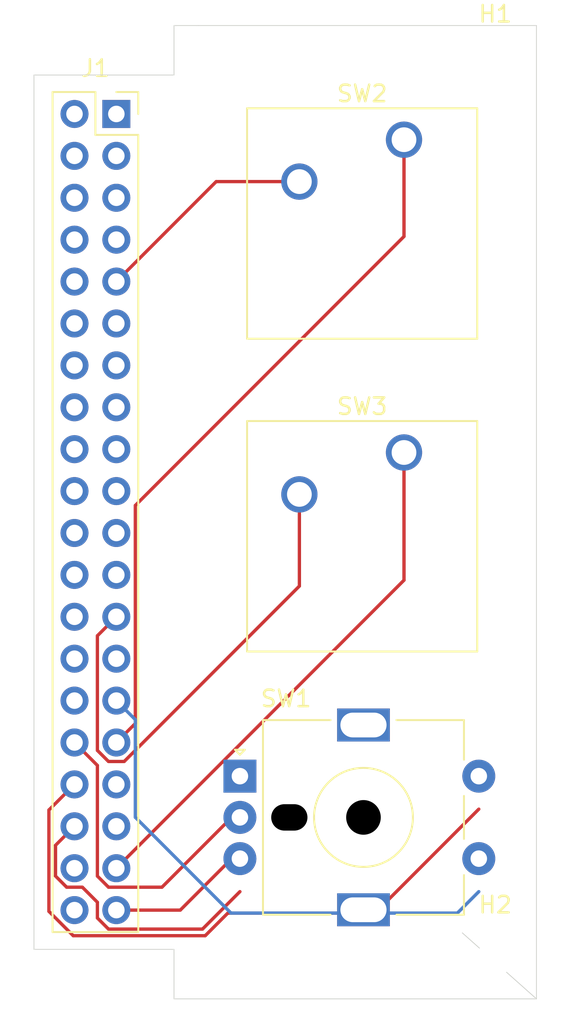
<source format=kicad_pcb>
(kicad_pcb (version 20241229) (generator "pcbnew") (generator_version "9.0")
  (layers (0 "F.Cu" signal) (2 "B.Cu" signal) (13 "F.Paste" user) (15 "B.Paste" user) (5 "F.SilkS" user "F.Silkscreen") (7 "B.SilkS" user "B.Silkscreen") (1 "F.Mask" user) (3 "B.Mask" user) (25 "Edge.Cuts" user))
  (net 0 "")
  (net 1 "Net-(J1-GPCLK1{slash}GPIO05)")
  (net 5 "Net-(J1-GND-Pad14)")
  (net 9 "Net-(J1-5V-Pad2)")
  (net 12 "Net-(J1-3V3-Pad1)")
  (net 15 "Net-(J1-GPIO16{slash}SPI1_~{CE2})")
  (net 23 "Net-(J1-GPIO26{slash}SDIO_DAT2)")
  (net 28 "Net-(J1-GPCLK2{slash}GPIO06)")
  (net 29 "Net-(J1-GPIO12{slash}PWM0)")
  (footprint "MountingHole:MountingHole_2.2mm_M2" (layer "F.Cu") (at 156 105)
    (property "Reference" "H2" (at 0 -3.2 0) (layer "F.SilkS"))
    (property "Value" "MountingHole")
    (pad "" np_thru_hole circle (at 0 0) (size 2.2 2.2) (drill 2.2) (layers "*.Cu" "*.Mask"))
  )
  (footprint "MountingHole:MountingHole_2.2mm_M2" (layer "F.Cu") (at 156 51)
    (property "Reference" "H1" (at 0 -3.2 0) (layer "F.SilkS"))
    (property "Value" "MountingHole")
    (pad "" np_thru_hole circle (at 0 0) (size 2.2 2.2) (drill 2.2) (layers "*.Cu" "*.Mask"))
  )
  (footprint "Connector_PinSocket_2.54mm:PinSocket_2x20_P2.54mm_Vertical" (layer "F.Cu") (at 133 53.86)
    (property "Reference" "J1" (at -1.27 -2.77 0) (layer "F.SilkS"))
    (property "Value" "Raspberry_Pi_4")
    (fp_line (start -3.87 -1.33) (end -3.87 49.59) (stroke (width 0.12)) (layer "F.SilkS"))
    (fp_line (start -3.87 -1.33) (end -1.27 -1.33) (stroke (width 0.12)) (layer "F.SilkS"))
    (fp_line (start -3.87 49.59) (end 1.33 49.59) (stroke (width 0.12)) (layer "F.SilkS"))
    (fp_line (start -1.27 -1.33) (end -1.27 1.27) (stroke (width 0.12)) (layer "F.SilkS"))
    (fp_line (start -1.27 1.27) (end 1.33 1.27) (stroke (width 0.12)) (layer "F.SilkS"))
    (fp_line (start 0 -1.33) (end 1.33 -1.33) (stroke (width 0.12)) (layer "F.SilkS"))
    (fp_line (start 1.33 -1.33) (end 1.33 0) (stroke (width 0.12)) (layer "F.SilkS"))
    (fp_line (start 1.33 1.27) (end 1.33 49.59) (stroke (width 0.12)) (layer "F.SilkS"))
    (pad "1" thru_hole rect (at 0 0) (size 1.7 1.7) (drill 1) (layers "*.Cu" "*.Mask") (net 12 "Net-(J1-3V3-Pad1)"))
    (pad "2" thru_hole oval (at -2.54 0) (size 1.7 1.7) (drill 1) (layers "*.Cu" "*.Mask") (net 9 "Net-(J1-5V-Pad2)"))
    (pad "3" thru_hole oval (at 0 2.54) (size 1.7 1.7) (drill 1) (layers "*.Cu" "*.Mask"))
    (pad "4" thru_hole oval (at -2.54 2.54) (size 1.7 1.7) (drill 1) (layers "*.Cu" "*.Mask") (net 9 "Net-(J1-5V-Pad2)"))
    (pad "5" thru_hole oval (at 0 5.08) (size 1.7 1.7) (drill 1) (layers "*.Cu" "*.Mask"))
    (pad "6" thru_hole oval (at -2.54 5.08) (size 1.7 1.7) (drill 1) (layers "*.Cu" "*.Mask") (net 5 "Net-(J1-GND-Pad14)"))
    (pad "7" thru_hole oval (at 0 7.62) (size 1.7 1.7) (drill 1) (layers "*.Cu" "*.Mask"))
    (pad "8" thru_hole oval (at -2.54 7.62) (size 1.7 1.7) (drill 1) (layers "*.Cu" "*.Mask"))
    (pad "9" thru_hole oval (at 0 10.16) (size 1.7 1.7) (drill 1) (layers "*.Cu" "*.Mask") (net 5 "Net-(J1-GND-Pad14)"))
    (pad "10" thru_hole oval (at -2.54 10.16) (size 1.7 1.7) (drill 1) (layers "*.Cu" "*.Mask"))
    (pad "11" thru_hole oval (at 0 12.7) (size 1.7 1.7) (drill 1) (layers "*.Cu" "*.Mask"))
    (pad "12" thru_hole oval (at -2.54 12.7) (size 1.7 1.7) (drill 1) (layers "*.Cu" "*.Mask"))
    (pad "13" thru_hole oval (at 0 15.24) (size 1.7 1.7) (drill 1) (layers "*.Cu" "*.Mask"))
    (pad "14" thru_hole oval (at -2.54 15.24) (size 1.7 1.7) (drill 1) (layers "*.Cu" "*.Mask") (net 5 "Net-(J1-GND-Pad14)"))
    (pad "15" thru_hole oval (at 0 17.78) (size 1.7 1.7) (drill 1) (layers "*.Cu" "*.Mask"))
    (pad "16" thru_hole oval (at -2.54 17.78) (size 1.7 1.7) (drill 1) (layers "*.Cu" "*.Mask"))
    (pad "17" thru_hole oval (at 0 20.32) (size 1.7 1.7) (drill 1) (layers "*.Cu" "*.Mask") (net 12 "Net-(J1-3V3-Pad1)"))
    (pad "18" thru_hole oval (at -2.54 20.32) (size 1.7 1.7) (drill 1) (layers "*.Cu" "*.Mask"))
    (pad "19" thru_hole oval (at 0 22.86) (size 1.7 1.7) (drill 1) (layers "*.Cu" "*.Mask"))
    (pad "20" thru_hole oval (at -2.54 22.86) (size 1.7 1.7) (drill 1) (layers "*.Cu" "*.Mask") (net 5 "Net-(J1-GND-Pad14)"))
    (pad "21" thru_hole oval (at 0 25.4) (size 1.7 1.7) (drill 1) (layers "*.Cu" "*.Mask"))
    (pad "22" thru_hole oval (at -2.54 25.4) (size 1.7 1.7) (drill 1) (layers "*.Cu" "*.Mask"))
    (pad "23" thru_hole oval (at 0 27.94) (size 1.7 1.7) (drill 1) (layers "*.Cu" "*.Mask"))
    (pad "24" thru_hole oval (at -2.54 27.94) (size 1.7 1.7) (drill 1) (layers "*.Cu" "*.Mask"))
    (pad "25" thru_hole oval (at 0 30.48) (size 1.7 1.7) (drill 1) (layers "*.Cu" "*.Mask") (net 5 "Net-(J1-GND-Pad14)"))
    (pad "26" thru_hole oval (at -2.54 30.48) (size 1.7 1.7) (drill 1) (layers "*.Cu" "*.Mask"))
    (pad "27" thru_hole oval (at 0 33.02) (size 1.7 1.7) (drill 1) (layers "*.Cu" "*.Mask"))
    (pad "28" thru_hole oval (at -2.54 33.02) (size 1.7 1.7) (drill 1) (layers "*.Cu" "*.Mask"))
    (pad "29" thru_hole oval (at 0 35.56) (size 1.7 1.7) (drill 1) (layers "*.Cu" "*.Mask") (net 1 "Net-(J1-GPCLK1{slash}GPIO05)"))
    (pad "30" thru_hole oval (at -2.54 35.56) (size 1.7 1.7) (drill 1) (layers "*.Cu" "*.Mask") (net 5 "Net-(J1-GND-Pad14)"))
    (pad "31" thru_hole oval (at 0 38.1) (size 1.7 1.7) (drill 1) (layers "*.Cu" "*.Mask") (net 28 "Net-(J1-GPCLK2{slash}GPIO06)"))
    (pad "32" thru_hole oval (at -2.54 38.1) (size 1.7 1.7) (drill 1) (layers "*.Cu" "*.Mask") (net 29 "Net-(J1-GPIO12{slash}PWM0)"))
    (pad "33" thru_hole oval (at 0 40.64) (size 1.7 1.7) (drill 1) (layers "*.Cu" "*.Mask"))
    (pad "34" thru_hole oval (at -2.54 40.64) (size 1.7 1.7) (drill 1) (layers "*.Cu" "*.Mask") (net 5 "Net-(J1-GND-Pad14)"))
    (pad "35" thru_hole oval (at 0 43.18) (size 1.7 1.7) (drill 1) (layers "*.Cu" "*.Mask"))
    (pad "36" thru_hole oval (at -2.54 43.18) (size 1.7 1.7) (drill 1) (layers "*.Cu" "*.Mask") (net 15 "Net-(J1-GPIO16{slash}SPI1_~{CE2})"))
    (pad "37" thru_hole oval (at 0 45.72) (size 1.7 1.7) (drill 1) (layers "*.Cu" "*.Mask") (net 23 "Net-(J1-GPIO26{slash}SDIO_DAT2)"))
    (pad "38" thru_hole oval (at -2.54 45.72) (size 1.7 1.7) (drill 1) (layers "*.Cu" "*.Mask"))
    (pad "39" thru_hole oval (at 0 48.26) (size 1.7 1.7) (drill 1) (layers "*.Cu" "*.Mask") (net 5 "Net-(J1-GND-Pad14)"))
    (pad "40" thru_hole oval (at -2.54 48.26) (size 1.7 1.7) (drill 1) (layers "*.Cu" "*.Mask"))
  )
  (footprint "Rotary_Encoder:RotaryEncoder_Alps_EC11E-Switch_Vertical_H20mm_MountingHoles" (layer "F.Cu") (at 140.5 94)
    (property "Reference" "SW1" (at 2.8 -4.7 0) (layer "F.SilkS"))
    (property "Value" "RotaryEncoder_Switch")
    (fp_line (start -0.3 -1.6) (end 0.3 -1.6) (stroke (width 0.12)) (layer "F.SilkS"))
    (fp_line (start 0 -1.3) (end -0.3 -1.6) (stroke (width 0.12)) (layer "F.SilkS"))
    (fp_line (start 0.3 -1.6) (end 0 -1.3) (stroke (width 0.12)) (layer "F.SilkS"))
    (fp_line (start 1.4 -3.4) (end 1.4 8.4) (stroke (width 0.12)) (layer "F.SilkS"))
    (fp_line (start 5.5 -3.4) (end 1.4 -3.4) (stroke (width 0.12)) (layer "F.SilkS"))
    (fp_line (start 5.5 8.4) (end 1.4 8.4) (stroke (width 0.12)) (layer "F.SilkS"))
    (fp_line (start 9.5 -3.4) (end 13.6 -3.4) (stroke (width 0.12)) (layer "F.SilkS"))
    (fp_line (start 13.6 -3.4) (end 13.6 -1) (stroke (width 0.12)) (layer "F.SilkS"))
    (fp_line (start 13.6 1.2) (end 13.6 3.8) (stroke (width 0.12)) (layer "F.SilkS"))
    (fp_line (start 13.6 6) (end 13.6 8.4) (stroke (width 0.12)) (layer "F.SilkS"))
    (fp_line (start 13.6 8.4) (end 9.5 8.4) (stroke (width 0.12)) (layer "F.SilkS"))
    (fp_circle (center 7.5 2.5) (end 10.5 2.5) (stroke (width 0.12)) (fill no) (layer "F.SilkS"))
    (pad "" np_thru_hole oval (at 3 2.5) (size 2.2 1.6) (drill oval 2.2 1.6) (layers "*.Mask"))
    (pad "" np_thru_hole circle (at 7.5 2.5) (size 2.1 2.1) (drill 2.1) (layers "*.Mask"))
    (pad "A" thru_hole rect (at 0 0) (size 2 2) (drill 1) (layers "*.Cu" "*.Mask") (net 29 "Net-(J1-GPIO12{slash}PWM0)"))
    (pad "B" thru_hole circle (at 0 5) (size 2 2) (drill 1) (layers "*.Cu" "*.Mask") (net 15 "Net-(J1-GPIO16{slash}SPI1_~{CE2})"))
    (pad "C" thru_hole circle (at 0 2.5) (size 2 2) (drill 1) (layers "*.Cu" "*.Mask") (net 5 "Net-(J1-GND-Pad14)"))
    (pad "MP" thru_hole rect (at 7.5 -3.1) (size 3.2 2) (drill oval 2.8 1.5) (layers "*.Cu" "*.Mask"))
    (pad "MP" thru_hole rect (at 7.5 8.1) (size 3.2 2) (drill oval 2.8 1.5) (layers "*.Cu" "*.Mask"))
    (pad "S1" thru_hole circle (at 14.5 5) (size 2 2) (drill 1) (layers "*.Cu" "*.Mask") (net 1 "Net-(J1-GPCLK1{slash}GPIO05)"))
    (pad "S2" thru_hole circle (at 14.5 0) (size 2 2) (drill 1) (layers "*.Cu" "*.Mask") (net 5 "Net-(J1-GND-Pad14)"))
  )
  (footprint "Button_Switch_Keyboard:SW_Cherry_MX_1.00u_PCB" (layer "F.Cu") (at 150.46 55.42)
    (property "Reference" "SW2" (at -2.54 -2.794 0) (layer "F.SilkS"))
    (property "Value" "SW_Push")
    (fp_line (start -9.525 -1.905) (end 4.445 -1.905) (stroke (width 0.12)) (layer "F.SilkS"))
    (fp_line (start -9.525 12.065) (end -9.525 -1.905) (stroke (width 0.12)) (layer "F.SilkS"))
    (fp_line (start 4.445 -1.905) (end 4.445 12.065) (stroke (width 0.12)) (layer "F.SilkS"))
    (fp_line (start 4.445 12.065) (end -9.525 12.065) (stroke (width 0.12)) (layer "F.SilkS"))
    (pad "" np_thru_hole circle (at -7.62 5.08) (size 1.7 1.7) (drill 1.7) (layers "*.Cu" "*.Mask"))
    (pad "" np_thru_hole circle (at -2.54 5.08) (size 4 4) (drill 4) (layers "*.Cu" "*.Mask"))
    (pad "" np_thru_hole circle (at 2.54 5.08) (size 1.7 1.7) (drill 1.7) (layers "*.Cu" "*.Mask"))
    (pad "1" thru_hole circle (at 0 0) (size 2.2 2.2) (drill 1.5) (layers "*.Cu" "*.Mask") (net 28 "Net-(J1-GPCLK2{slash}GPIO06)"))
    (pad "2" thru_hole circle (at -6.35 2.54) (size 2.2 2.2) (drill 1.5) (layers "*.Cu" "*.Mask") (net 5 "Net-(J1-GND-Pad14)"))
  )
  (footprint "Button_Switch_Keyboard:SW_Cherry_MX_1.00u_PCB" (layer "F.Cu") (at 150.46 74.38)
    (property "Reference" "SW3" (at -2.54 -2.794 0) (layer "F.SilkS"))
    (property "Value" "SW_Push")
    (fp_line (start -9.525 -1.905) (end 4.445 -1.905) (stroke (width 0.12)) (layer "F.SilkS"))
    (fp_line (start -9.525 12.065) (end -9.525 -1.905) (stroke (width 0.12)) (layer "F.SilkS"))
    (fp_line (start 4.445 -1.905) (end 4.445 12.065) (stroke (width 0.12)) (layer "F.SilkS"))
    (fp_line (start 4.445 12.065) (end -9.525 12.065) (stroke (width 0.12)) (layer "F.SilkS"))
    (pad "" np_thru_hole circle (at -7.62 5.08) (size 1.7 1.7) (drill 1.7) (layers "*.Cu" "*.Mask"))
    (pad "" np_thru_hole circle (at -2.54 5.08) (size 4 4) (drill 4) (layers "*.Cu" "*.Mask"))
    (pad "" np_thru_hole circle (at 2.54 5.08) (size 1.7 1.7) (drill 1.7) (layers "*.Cu" "*.Mask"))
    (pad "1" thru_hole circle (at 0 0) (size 2.2 2.2) (drill 1.5) (layers "*.Cu" "*.Mask") (net 23 "Net-(J1-GPIO26{slash}SDIO_DAT2)"))
    (pad "2" thru_hole circle (at -6.35 2.54) (size 2.2 2.2) (drill 1.5) (layers "*.Cu" "*.Mask") (net 5 "Net-(J1-GND-Pad14)"))
  )
  (gr_line (start 136.5 48.5) (end 136.5 51.5) (stroke (width 0.05)) (layer "Edge.Cuts"))
  (gr_line (start 128 104.5) (end 136.5 104.5) (stroke (width 0.05)) (layer "Edge.Cuts"))
  (gr_line (start 136.5 104.5) (end 136.5 107.5) (stroke (width 0.05)) (layer "Edge.Cuts"))
  (gr_line (start 158.5 107.5) (end 158.5 48.5) (stroke (width 0.05)) (layer "Edge.Cuts"))
  (gr_line (start 158.5 107.5) (end 136.5 107.5) (stroke (width 0.05)) (layer "Edge.Cuts"))
  (gr_line (start 128 51.5) (end 128 104.5) (stroke (width 0.05)) (layer "Edge.Cuts"))
  (gr_line (start 138 48.5) (end 136.5 48.5) (stroke (width 0.05)) (layer "Edge.Cuts"))
  (gr_line (start 136.5 51.5) (end 128 51.5) (stroke (width 0.05)) (layer "Edge.Cuts"))
  (gr_line (start 154 103.5) (end 158.5 107.5) (stroke (width 0.05)) (layer "Edge.Cuts"))
  (gr_line (start 158.5 48.5) (end 138 48.5) (stroke (width 0.05)) (layer "Edge.Cuts"))
  (segment (start 134.151 96.490892) (end 134.151 90.571) (width 0.2) (layer "B.Cu") (net 1))
  (segment (start 153.699 102.301) (end 139.961108 102.301) (width 0.2) (layer "B.Cu") (net 1))
  (segment (start 134.151 90.571) (end 133 89.42) (width 0.2) (layer "B.Cu") (net 1))
  (segment (start 139.961108 102.301) (end 134.151 96.490892) (width 0.2) (layer "B.Cu") (net 1))
  (segment (start 155 101) (end 153.699 102.301) (width 0.2) (layer "B.Cu") (net 1))
  (segment (start 128.908 96.052) (end 130.46 94.5) (width 0.2) (layer "F.Cu") (net 5))
  (segment (start 132.52324 93.111) (end 131.849 92.43676) (width 0.2) (layer "F.Cu") (net 5))
  (segment (start 148.699 102.301) (end 139.7661 102.301) (width 0.2) (layer "F.Cu") (net 5))
  (segment (start 140.5 98.5) (end 136.88 102.12) (width 0.2) (layer "F.Cu") (net 5))
  (segment (start 144.11 57.96) (end 139.06 57.96) (width 0.2) (layer "F.Cu") (net 5))
  (segment (start 136.88 102.12) (end 133 102.12) (width 0.2) (layer "F.Cu") (net 5))
  (segment (start 144.11 82.47776) (end 133.47676 93.111) (width 0.2) (layer "F.Cu") (net 5))
  (segment (start 130.38424 103.672) (end 128.908 102.19576) (width 0.2) (layer "F.Cu") (net 5))
  (segment (start 133.47676 93.111) (end 132.52324 93.111) (width 0.2) (layer "F.Cu") (net 5))
  (segment (start 155 96) (end 148.699 102.301) (width 0.2) (layer "F.Cu") (net 5))
  (segment (start 131.849 85.491) (end 133 84.34) (width 0.2) (layer "F.Cu") (net 5))
  (segment (start 139.06 57.96) (end 133 64.02) (width 0.2) (layer "F.Cu") (net 5))
  (segment (start 138.3951 103.672) (end 130.38424 103.672) (width 0.2) (layer "F.Cu") (net 5))
  (segment (start 144.11 76.92) (end 144.11 82.47776) (width 0.2) (layer "F.Cu") (net 5))
  (segment (start 128.908 102.19576) (end 128.908 96.052) (width 0.2) (layer "F.Cu") (net 5))
  (segment (start 131.849 92.43676) (end 131.849 85.491) (width 0.2) (layer "F.Cu") (net 5))
  (segment (start 139.7661 102.301) (end 138.3951 103.672) (width 0.2) (layer "F.Cu") (net 5))
  (segment (start 138.229 103.271) (end 132.52324 103.271) (width 0.2) (layer "F.Cu") (net 15))
  (segment (start 129.309 100.05676) (end 129.309 98.191) (width 0.2) (layer "F.Cu") (net 15))
  (segment (start 131.849 101.64324) (end 130.93676 100.731) (width 0.2) (layer "F.Cu") (net 15))
  (segment (start 130.93676 100.731) (end 129.98324 100.731) (width 0.2) (layer "F.Cu") (net 15))
  (segment (start 132.52324 103.271) (end 131.849 102.59676) (width 0.2) (layer "F.Cu") (net 15))
  (segment (start 131.849 102.59676) (end 131.849 101.64324) (width 0.2) (layer "F.Cu") (net 15))
  (segment (start 129.98324 100.731) (end 129.309 100.05676) (width 0.2) (layer "F.Cu") (net 15))
  (segment (start 140.5 101) (end 138.229 103.271) (width 0.2) (layer "F.Cu") (net 15))
  (segment (start 129.309 98.191) (end 130.46 97.04) (width 0.2) (layer "F.Cu") (net 15))
  (segment (start 150.46 74.38) (end 150.46 82.12) (width 0.2) (layer "F.Cu") (net 23))
  (segment (start 150.46 82.12) (end 133 99.58) (width 0.2) (layer "F.Cu") (net 23))
  (segment (start 134.151 90.809) (end 133 91.96) (width 0.2) (layer "F.Cu") (net 28))
  (segment (start 134.151 77.593816) (end 134.151 90.809) (width 0.2) (layer "F.Cu") (net 28))
  (segment (start 150.46 61.284816) (end 134.151 77.593816) (width 0.2) (layer "F.Cu") (net 28))
  (segment (start 150.46 55.42) (end 150.46 61.284816) (width 0.2) (layer "F.Cu") (net 28))
  (segment (start 135.769 100.731) (end 132.52324 100.731) (width 0.2) (layer "F.Cu") (net 29))
  (segment (start 140.5 96) (end 135.769 100.731) (width 0.2) (layer "F.Cu") (net 29))
  (segment (start 132.52324 100.731) (end 131.849 100.05676) (width 0.2) (layer "F.Cu") (net 29))
  (segment (start 131.849 93.349) (end 130.46 91.96) (width 0.2) (layer "F.Cu") (net 29))
  (segment (start 131.849 100.05676) (end 131.849 93.349) (width 0.2) (layer "F.Cu") (net 29))
)
</source>
